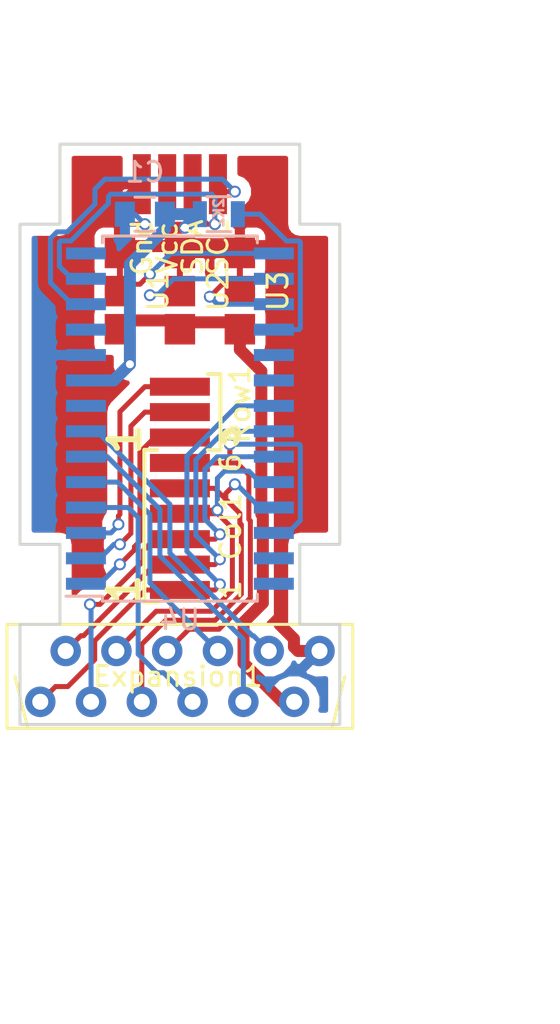
<source format=kicad_pcb>
(kicad_pcb (version 4) (host pcbnew 4.0.5+dfsg1-4)

  (general
    (links 38)
    (no_connects 1)
    (area 41.924999 44.924999 58.075001 74.075001)
    (thickness 1.6)
    (drawings 27)
    (tracks 267)
    (zones 0)
    (modules 10)
    (nets 22)
  )

  (page A4)
  (layers
    (0 F.Cu signal)
    (31 B.Cu signal)
    (32 B.Adhes user hide)
    (33 F.Adhes user hide)
    (34 B.Paste user hide)
    (35 F.Paste user hide)
    (36 B.SilkS user hide)
    (37 F.SilkS user hide)
    (38 B.Mask user hide)
    (39 F.Mask user hide)
    (40 Dwgs.User user)
    (41 Cmts.User user)
    (42 Eco1.User user)
    (43 Eco2.User user)
    (44 Edge.Cuts user)
    (45 Margin user)
    (46 B.CrtYd user hide)
    (47 F.CrtYd user hide)
    (48 B.Fab user hide)
    (49 F.Fab user hide)
  )

  (setup
    (last_trace_width 0.25)
    (user_trace_width 0.6)
    (trace_clearance 0.2)
    (zone_clearance 0.508)
    (zone_45_only no)
    (trace_min 0.2)
    (segment_width 0.2)
    (edge_width 0.15)
    (via_size 0.6)
    (via_drill 0.4)
    (via_min_size 0.4)
    (via_min_drill 0.3)
    (uvia_size 0.3)
    (uvia_drill 0.1)
    (uvias_allowed no)
    (uvia_min_size 0.2)
    (uvia_min_drill 0.1)
    (pcb_text_width 0.3)
    (pcb_text_size 1.5 1.5)
    (mod_edge_width 0.15)
    (mod_text_size 1 1)
    (mod_text_width 0.15)
    (pad_size 1.6 3.4)
    (pad_drill 0)
    (pad_to_mask_clearance 0.2)
    (aux_axis_origin 50 45)
    (visible_elements FFFFFF7F)
    (pcbplotparams
      (layerselection 0x00030_80000001)
      (usegerberextensions false)
      (excludeedgelayer true)
      (linewidth 0.100000)
      (plotframeref false)
      (viasonmask false)
      (mode 1)
      (useauxorigin false)
      (hpglpennumber 1)
      (hpglpenspeed 20)
      (hpglpendiameter 15)
      (hpglpenoverlay 2)
      (psnegative false)
      (psa4output false)
      (plotreference true)
      (plotvalue true)
      (plotinvisibletext false)
      (padsonsilk false)
      (subtractmaskfromsilk false)
      (outputformat 1)
      (mirror false)
      (drillshape 1)
      (scaleselection 1)
      (outputdirectory ""))
  )

  (net 0 "")
  (net 1 "Net-(Col1-Pad1)")
  (net 2 "Net-(Col1-Pad2)")
  (net 3 "Net-(Col1-Pad3)")
  (net 4 "Net-(Col1-Pad4)")
  (net 5 "Net-(Col1-Pad5)")
  (net 6 "Net-(Col1-Pad6)")
  (net 7 +5V)
  (net 8 GND)
  (net 9 /SCL)
  (net 10 /SDA)
  (net 11 "Net-(Expansion1-Pad7)")
  (net 12 "Net-(Expansion1-Pad8)")
  (net 13 "Net-(Expansion1-Pad9)")
  (net 14 "Net-(Expansion1-Pad10)")
  (net 15 "Net-(R1-Pad1)")
  (net 16 "Net-(Row1-Pad1)")
  (net 17 "Net-(Row1-Pad2)")
  (net 18 "Net-(Row1-Pad3)")
  (net 19 "Net-(U1-Pad2)")
  (net 20 "Net-(U2-Pad2)")
  (net 21 "Net-(U3-Pad2)")

  (net_class Default "This is the default net class."
    (clearance 0.2)
    (trace_width 0.25)
    (via_dia 0.6)
    (via_drill 0.4)
    (uvia_dia 0.3)
    (uvia_drill 0.1)
    (add_net +5V)
    (add_net /SCL)
    (add_net /SDA)
    (add_net GND)
    (add_net "Net-(Col1-Pad1)")
    (add_net "Net-(Col1-Pad2)")
    (add_net "Net-(Col1-Pad3)")
    (add_net "Net-(Col1-Pad4)")
    (add_net "Net-(Col1-Pad5)")
    (add_net "Net-(Col1-Pad6)")
    (add_net "Net-(Expansion1-Pad10)")
    (add_net "Net-(Expansion1-Pad7)")
    (add_net "Net-(Expansion1-Pad8)")
    (add_net "Net-(Expansion1-Pad9)")
    (add_net "Net-(R1-Pad1)")
    (add_net "Net-(Row1-Pad1)")
    (add_net "Net-(Row1-Pad2)")
    (add_net "Net-(Row1-Pad3)")
    (add_net "Net-(U1-Pad2)")
    (add_net "Net-(U2-Pad2)")
    (add_net "Net-(U3-Pad2)")
  )

  (net_class power ""
    (clearance 0.3)
    (trace_width 0.4)
    (via_dia 0.8)
    (via_drill 0.6)
    (uvia_dia 0.3)
    (uvia_drill 0.1)
  )

  (module myComponents:solderPads_4_Grove_I2C (layer F.Cu) (tedit 58E53D59) (tstamp 58E55026)
    (at 50 47 180)
    (path /58E54ECF)
    (fp_text reference I2C1 (at 0.635 2.54 180) (layer F.SilkS) hide
      (effects (font (size 1 1) (thickness 0.15)))
    )
    (fp_text value CONN_01X04 (at 0.635 2.54 180) (layer F.Fab)
      (effects (font (size 1 1) (thickness 0.15)))
    )
    (fp_text user SDA (at -0.635 -3.175 270) (layer F.SilkS)
      (effects (font (size 1 1) (thickness 0.15)))
    )
    (fp_text user SCL (at -1.905 -3.175 270) (layer F.SilkS)
      (effects (font (size 1 1) (thickness 0.15)))
    )
    (fp_text user Gnd (at 1.905 -3.175 270) (layer F.SilkS)
      (effects (font (size 1 1) (thickness 0.15)))
    )
    (fp_text user Vcc (at 0.635 -3.175 270) (layer F.SilkS)
      (effects (font (size 1 1) (thickness 0.15)))
    )
    (pad 1 smd rect (at -1.905 0 180) (size 0.9 3) (layers F.Cu F.Paste F.Mask)
      (net 9 /SCL))
    (pad 2 smd rect (at -0.635 0 180) (size 0.9 3) (layers F.Cu F.Paste F.Mask)
      (net 10 /SDA))
    (pad 3 smd rect (at 0.635 0 180) (size 0.9 3) (layers F.Cu F.Paste F.Mask)
      (net 7 +5V))
    (pad 4 smd rect (at 1.905 0 180) (size 0.9 3) (layers F.Cu F.Paste F.Mask)
      (net 8 GND))
  )

  (module Resistors_SMD:R_0805 (layer B.Cu) (tedit 58E66A9B) (tstamp 58E67486)
    (at 51.95 48.5 180)
    (descr "Resistor SMD 0805, reflow soldering, Vishay (see dcrcw.pdf)")
    (tags "resistor 0805")
    (path /58E6A84A)
    (attr smd)
    (fp_text reference R1 (at 2.254999 0.065 180) (layer B.Fab)
      (effects (font (size 1 1) (thickness 0.15)) (justify mirror))
    )
    (fp_text value 2K2 (at 0.004999 0.065 270) (layer B.SilkS)
      (effects (font (size 0.5 0.5) (thickness 0.125)) (justify mirror))
    )
    (fp_line (start -1 -0.625) (end -1 0.625) (layer B.Fab) (width 0.1))
    (fp_line (start 1 -0.625) (end -1 -0.625) (layer B.Fab) (width 0.1))
    (fp_line (start 1 0.625) (end 1 -0.625) (layer B.Fab) (width 0.1))
    (fp_line (start -1 0.625) (end 1 0.625) (layer B.Fab) (width 0.1))
    (fp_line (start -1.6 1) (end 1.6 1) (layer B.CrtYd) (width 0.05))
    (fp_line (start -1.6 -1) (end 1.6 -1) (layer B.CrtYd) (width 0.05))
    (fp_line (start -1.6 1) (end -1.6 -1) (layer B.CrtYd) (width 0.05))
    (fp_line (start 1.6 1) (end 1.6 -1) (layer B.CrtYd) (width 0.05))
    (fp_line (start 0.6 -0.875) (end -0.6 -0.875) (layer B.SilkS) (width 0.15))
    (fp_line (start -0.6 0.875) (end 0.6 0.875) (layer B.SilkS) (width 0.15))
    (pad 1 smd rect (at -0.95 0 180) (size 0.7 1.3) (layers B.Cu B.Paste B.Mask)
      (net 15 "Net-(R1-Pad1)"))
    (pad 2 smd rect (at 0.95 0 180) (size 0.7 1.3) (layers B.Cu B.Paste B.Mask)
      (net 7 +5V))
    (model Resistors_SMD.3dshapes/R_0805.wrl
      (at (xyz 0 0 0))
      (scale (xyz 1 1 1))
      (rotate (xyz 0 0 0))
    )
  )

  (module myComponents:solderPads_6 (layer F.Cu) (tedit 58E54D6B) (tstamp 58E67BBF)
    (at 50 64.107 90)
    (path /58E2887C)
    (fp_text reference Col1 (at 0 2.54 90) (layer F.SilkS)
      (effects (font (size 1 1) (thickness 0.15)))
    )
    (fp_text value CONN_01X06 (at 0.635 -2.54 90) (layer F.Fab)
      (effects (font (size 1 1) (thickness 0.15)))
    )
    (fp_text user 6 (at 3.175 2.54 90) (layer F.SilkS)
      (effects (font (size 1 1) (thickness 0.15)))
    )
    (fp_text user 1 (at -3.175 2.54 90) (layer F.SilkS)
      (effects (font (size 1 1) (thickness 0.15)))
    )
    (pad 1 smd rect (at -3.175 0 90) (size 0.9 3) (layers F.Cu F.Paste F.Mask)
      (net 1 "Net-(Col1-Pad1)"))
    (pad 2 smd rect (at -1.905 0 90) (size 0.9 3) (layers F.Cu F.Paste F.Mask)
      (net 2 "Net-(Col1-Pad2)"))
    (pad 3 smd rect (at -0.635 0 90) (size 0.9 3) (layers F.Cu F.Paste F.Mask)
      (net 3 "Net-(Col1-Pad3)"))
    (pad 4 smd rect (at 0.635 0 90) (size 0.9 3) (layers F.Cu F.Paste F.Mask)
      (net 4 "Net-(Col1-Pad4)"))
    (pad 5 smd rect (at 1.905 0 90) (size 0.9 3) (layers F.Cu F.Paste F.Mask)
      (net 5 "Net-(Col1-Pad5)"))
    (pad 6 smd rect (at 3.175 0 90) (size 0.9 3) (layers F.Cu F.Paste F.Mask)
      (net 6 "Net-(Col1-Pad6)"))
  )

  (module myComponents:solderPads_3 (layer F.Cu) (tedit 58E54DB4) (tstamp 58E67BE6)
    (at 50 58.392 90)
    (path /58E288CF)
    (fp_text reference Row1 (at 0.392 3 90) (layer F.SilkS)
      (effects (font (size 1 1) (thickness 0.15)))
    )
    (fp_text value CONN_01X03 (at 0.635 -2.54 90) (layer F.Fab)
      (effects (font (size 1 1) (thickness 0.15)))
    )
    (fp_circle (center -1.27 2.54) (end -1.27 2.2) (layer F.SilkS) (width 0.3))
    (pad 1 smd rect (at -1.27 0 90) (size 0.9 3) (layers F.Cu F.Paste F.Mask)
      (net 16 "Net-(Row1-Pad1)"))
    (pad 2 smd rect (at 0 0 90) (size 0.9 3) (layers F.Cu F.Paste F.Mask)
      (net 17 "Net-(Row1-Pad2)"))
    (pad 3 smd rect (at 1.27 0 90) (size 0.9 3) (layers F.Cu F.Paste F.Mask)
      (net 18 "Net-(Row1-Pad3)"))
  )

  (module myComponents:microMatch-12_90_THT (layer F.Cu) (tedit 58E6787B) (tstamp 58E67BC0)
    (at 50 71.6)
    (path /58E38DE5)
    (fp_text reference Expansion1 (at -0.1 0) (layer F.SilkS)
      (effects (font (size 1 1) (thickness 0.15)))
    )
    (fp_text value CONN_01X12 (at -2.54 -3.81) (layer F.Fab)
      (effects (font (size 1 1) (thickness 0.15)))
    )
    (fp_line (start 8.255 0) (end 7.62 2.54) (layer F.SilkS) (width 0.15))
    (fp_line (start -8.255 0) (end -7.62 2.54) (layer F.SilkS) (width 0.15))
    (fp_line (start 8.65 -2.6) (end -8.65 -2.6) (layer F.SilkS) (width 0.15))
    (fp_line (start -8.65 2.6) (end -8.65 -2.6) (layer F.SilkS) (width 0.15))
    (fp_line (start -8.65 2.6) (end 8.65 2.6) (layer F.SilkS) (width 0.15))
    (fp_line (start 8.65 -2.6) (end 8.65 2.6) (layer F.SilkS) (width 0.15))
    (pad 1 thru_hole circle (at -6.985 1.27) (size 1.524 1.524) (drill 0.8) (layers *.Cu *.Mask)
      (net 1 "Net-(Col1-Pad1)"))
    (pad 2 thru_hole circle (at -5.715 -1.27) (size 1.524 1.524) (drill 0.8) (layers *.Cu *.Mask)
      (net 2 "Net-(Col1-Pad2)"))
    (pad 3 thru_hole circle (at -4.445 1.27) (size 1.524 1.524) (drill 0.8) (layers *.Cu *.Mask)
      (net 3 "Net-(Col1-Pad3)"))
    (pad 4 thru_hole circle (at -3.175 -1.27) (size 1.524 1.524) (drill 0.8) (layers *.Cu *.Mask)
      (net 4 "Net-(Col1-Pad4)"))
    (pad 5 thru_hole circle (at -1.905 1.27) (size 1.524 1.524) (drill 0.8) (layers *.Cu *.Mask)
      (net 5 "Net-(Col1-Pad5)"))
    (pad 6 thru_hole circle (at -0.635 -1.27) (size 1.524 1.524) (drill 0.8) (layers *.Cu *.Mask)
      (net 6 "Net-(Col1-Pad6)"))
    (pad 7 thru_hole circle (at 0.635 1.27) (size 1.524 1.524) (drill 0.8) (layers *.Cu *.Mask)
      (net 11 "Net-(Expansion1-Pad7)"))
    (pad 8 thru_hole circle (at 1.905 -1.27) (size 1.524 1.524) (drill 0.8) (layers *.Cu *.Mask)
      (net 12 "Net-(Expansion1-Pad8)"))
    (pad 9 thru_hole circle (at 3.175 1.27) (size 1.524 1.524) (drill 0.8) (layers *.Cu *.Mask)
      (net 13 "Net-(Expansion1-Pad9)"))
    (pad 10 thru_hole circle (at 4.445 -1.27) (size 1.524 1.524) (drill 0.8) (layers *.Cu *.Mask)
      (net 14 "Net-(Expansion1-Pad10)"))
    (pad 11 thru_hole circle (at 5.715 1.27) (size 1.524 1.524) (drill 0.8) (layers *.Cu *.Mask)
      (net 7 +5V))
    (pad 12 thru_hole circle (at 6.985 -1.27) (size 1.524 1.524) (drill 0.8) (layers *.Cu *.Mask)
      (net 8 GND))
    (model /mnt/gruscht/projects/keyboard/kicad_boards/myComponents.pretty/3d-models/micro-match_12.wrl
      (at (xyz 0 0 0))
      (scale (xyz 1 1 1))
      (rotate (xyz 0 0 0))
    )
  )

  (module Capacitors_SMD:C_0805 (layer B.Cu) (tedit 5415D6EA) (tstamp 58E7B218)
    (at 48.25 48.5 180)
    (descr "Capacitor SMD 0805, reflow soldering, AVX (see smccp.pdf)")
    (tags "capacitor 0805")
    (path /58E7C0BD)
    (attr smd)
    (fp_text reference C1 (at 0 2.1 180) (layer B.SilkS)
      (effects (font (size 1 1) (thickness 0.15)) (justify mirror))
    )
    (fp_text value 10µF (at 0 -2.1 180) (layer B.Fab)
      (effects (font (size 1 1) (thickness 0.15)) (justify mirror))
    )
    (fp_line (start -1 -0.625) (end -1 0.625) (layer B.Fab) (width 0.15))
    (fp_line (start 1 -0.625) (end -1 -0.625) (layer B.Fab) (width 0.15))
    (fp_line (start 1 0.625) (end 1 -0.625) (layer B.Fab) (width 0.15))
    (fp_line (start -1 0.625) (end 1 0.625) (layer B.Fab) (width 0.15))
    (fp_line (start -1.8 1) (end 1.8 1) (layer B.CrtYd) (width 0.05))
    (fp_line (start -1.8 -1) (end 1.8 -1) (layer B.CrtYd) (width 0.05))
    (fp_line (start -1.8 1) (end -1.8 -1) (layer B.CrtYd) (width 0.05))
    (fp_line (start 1.8 1) (end 1.8 -1) (layer B.CrtYd) (width 0.05))
    (fp_line (start 0.5 0.85) (end -0.5 0.85) (layer B.SilkS) (width 0.15))
    (fp_line (start -0.5 -0.85) (end 0.5 -0.85) (layer B.SilkS) (width 0.15))
    (pad 1 smd rect (at -1 0 180) (size 1 1.25) (layers B.Cu B.Paste B.Mask)
      (net 7 +5V))
    (pad 2 smd rect (at 1 0 180) (size 1 1.25) (layers B.Cu B.Paste B.Mask)
      (net 8 GND))
    (model Capacitors_SMD.3dshapes/C_0805.wrl
      (at (xyz 0 0 0))
      (scale (xyz 1 1 1))
      (rotate (xyz 0 0 0))
    )
  )

  (module Housings_SOIC:SOIC-28W_7.5x17.9mm_Pitch1.27mm (layer B.Cu) (tedit 57503567) (tstamp 58E7D073)
    (at 50 58.715)
    (descr "28-Lead Plastic Small Outline (SO) - Wide, 7.50 mm Body [SOIC] (see Microchip Packaging Specification 00000049BS.pdf)")
    (tags "SOIC 1.27")
    (path /58E7C6EE)
    (attr smd)
    (fp_text reference U4 (at 0 10.05) (layer B.SilkS)
      (effects (font (size 1 1) (thickness 0.15)) (justify mirror))
    )
    (fp_text value MCP23017 (at 0 -10.05) (layer B.Fab)
      (effects (font (size 1 1) (thickness 0.15)) (justify mirror))
    )
    (fp_line (start -2.75 8.95) (end 3.75 8.95) (layer B.Fab) (width 0.15))
    (fp_line (start 3.75 8.95) (end 3.75 -8.95) (layer B.Fab) (width 0.15))
    (fp_line (start 3.75 -8.95) (end -3.75 -8.95) (layer B.Fab) (width 0.15))
    (fp_line (start -3.75 -8.95) (end -3.75 7.95) (layer B.Fab) (width 0.15))
    (fp_line (start -3.75 7.95) (end -2.75 8.95) (layer B.Fab) (width 0.15))
    (fp_line (start -5.95 9.3) (end -5.95 -9.3) (layer B.CrtYd) (width 0.05))
    (fp_line (start 5.95 9.3) (end 5.95 -9.3) (layer B.CrtYd) (width 0.05))
    (fp_line (start -5.95 9.3) (end 5.95 9.3) (layer B.CrtYd) (width 0.05))
    (fp_line (start -5.95 -9.3) (end 5.95 -9.3) (layer B.CrtYd) (width 0.05))
    (fp_line (start -3.875 9.125) (end -3.875 8.875) (layer B.SilkS) (width 0.15))
    (fp_line (start 3.875 9.125) (end 3.875 8.78) (layer B.SilkS) (width 0.15))
    (fp_line (start 3.875 -9.125) (end 3.875 -8.78) (layer B.SilkS) (width 0.15))
    (fp_line (start -3.875 -9.125) (end -3.875 -8.78) (layer B.SilkS) (width 0.15))
    (fp_line (start -3.875 9.125) (end 3.875 9.125) (layer B.SilkS) (width 0.15))
    (fp_line (start -3.875 -9.125) (end 3.875 -9.125) (layer B.SilkS) (width 0.15))
    (fp_line (start -3.875 8.875) (end -5.7 8.875) (layer B.SilkS) (width 0.15))
    (pad 1 smd rect (at -4.7 8.255) (size 2 0.6) (layers B.Cu B.Paste B.Mask)
      (net 16 "Net-(Row1-Pad1)"))
    (pad 2 smd rect (at -4.7 6.985) (size 2 0.6) (layers B.Cu B.Paste B.Mask)
      (net 17 "Net-(Row1-Pad2)"))
    (pad 3 smd rect (at -4.7 5.715) (size 2 0.6) (layers B.Cu B.Paste B.Mask)
      (net 18 "Net-(Row1-Pad3)"))
    (pad 4 smd rect (at -4.7 4.445) (size 2 0.6) (layers B.Cu B.Paste B.Mask)
      (net 11 "Net-(Expansion1-Pad7)"))
    (pad 5 smd rect (at -4.7 3.175) (size 2 0.6) (layers B.Cu B.Paste B.Mask)
      (net 12 "Net-(Expansion1-Pad8)"))
    (pad 6 smd rect (at -4.7 1.905) (size 2 0.6) (layers B.Cu B.Paste B.Mask)
      (net 13 "Net-(Expansion1-Pad9)"))
    (pad 7 smd rect (at -4.7 0.635) (size 2 0.6) (layers B.Cu B.Paste B.Mask)
      (net 14 "Net-(Expansion1-Pad10)"))
    (pad 8 smd rect (at -4.7 -0.635) (size 2 0.6) (layers B.Cu B.Paste B.Mask))
    (pad 9 smd rect (at -4.7 -1.905) (size 2 0.6) (layers B.Cu B.Paste B.Mask)
      (net 7 +5V))
    (pad 10 smd rect (at -4.7 -3.175) (size 2 0.6) (layers B.Cu B.Paste B.Mask)
      (net 8 GND))
    (pad 11 smd rect (at -4.7 -4.445) (size 2 0.6) (layers B.Cu B.Paste B.Mask))
    (pad 12 smd rect (at -4.7 -5.715) (size 2 0.6) (layers B.Cu B.Paste B.Mask)
      (net 9 /SCL))
    (pad 13 smd rect (at -4.7 -6.985) (size 2 0.6) (layers B.Cu B.Paste B.Mask)
      (net 10 /SDA))
    (pad 14 smd rect (at -4.7 -8.255) (size 2 0.6) (layers B.Cu B.Paste B.Mask))
    (pad 15 smd rect (at 4.7 -8.255) (size 2 0.6) (layers B.Cu B.Paste B.Mask)
      (net 19 "Net-(U1-Pad2)"))
    (pad 16 smd rect (at 4.7 -6.985) (size 2 0.6) (layers B.Cu B.Paste B.Mask)
      (net 20 "Net-(U2-Pad2)"))
    (pad 17 smd rect (at 4.7 -5.715) (size 2 0.6) (layers B.Cu B.Paste B.Mask)
      (net 21 "Net-(U3-Pad2)"))
    (pad 18 smd rect (at 4.7 -4.445) (size 2 0.6) (layers B.Cu B.Paste B.Mask)
      (net 15 "Net-(R1-Pad1)"))
    (pad 19 smd rect (at 4.7 -3.175) (size 2 0.6) (layers B.Cu B.Paste B.Mask))
    (pad 20 smd rect (at 4.7 -1.905) (size 2 0.6) (layers B.Cu B.Paste B.Mask))
    (pad 21 smd rect (at 4.7 -0.635) (size 2 0.6) (layers B.Cu B.Paste B.Mask)
      (net 1 "Net-(Col1-Pad1)"))
    (pad 22 smd rect (at 4.7 0.635) (size 2 0.6) (layers B.Cu B.Paste B.Mask)
      (net 2 "Net-(Col1-Pad2)"))
    (pad 23 smd rect (at 4.7 1.905) (size 2 0.6) (layers B.Cu B.Paste B.Mask)
      (net 3 "Net-(Col1-Pad3)"))
    (pad 24 smd rect (at 4.7 3.175) (size 2 0.6) (layers B.Cu B.Paste B.Mask)
      (net 4 "Net-(Col1-Pad4)"))
    (pad 25 smd rect (at 4.7 4.445) (size 2 0.6) (layers B.Cu B.Paste B.Mask)
      (net 5 "Net-(Col1-Pad5)"))
    (pad 26 smd rect (at 4.7 5.715) (size 2 0.6) (layers B.Cu B.Paste B.Mask)
      (net 6 "Net-(Col1-Pad6)"))
    (pad 27 smd rect (at 4.7 6.985) (size 2 0.6) (layers B.Cu B.Paste B.Mask))
    (pad 28 smd rect (at 4.7 8.255) (size 2 0.6) (layers B.Cu B.Paste B.Mask))
    (model Housings_SOIC.3dshapes/SOIC-28_7.5x17.9mm_Pitch1.27mm.wrl
      (at (xyz 0 0 0))
      (scale (xyz 1 1 1))
      (rotate (xyz 0 0 0))
    )
  )

  (module myComponents:addr_jumper (layer F.Cu) (tedit 58E7D1DA) (tstamp 58E7D043)
    (at 53 52.345 90)
    (path /58E82047)
    (fp_text reference U3 (at 0 1.905 90) (layer F.SilkS)
      (effects (font (size 1 1) (thickness 0.15)))
    )
    (fp_text value address_sel (at 0 -1.905 90) (layer F.Fab)
      (effects (font (size 1 1) (thickness 0.15)))
    )
    (fp_line (start 0.635 0) (end 1.27 0) (layer F.Cu) (width 0.3))
    (pad 1 smd rect (at -1.905 0 90) (size 1.524 1.524) (layers F.Cu F.Paste F.Mask)
      (net 7 +5V))
    (pad 2 smd rect (at 0 0 90) (size 1.524 1.524) (layers F.Cu F.Paste F.Mask)
      (net 21 "Net-(U3-Pad2)"))
    (pad 3 smd rect (at 1.905 0 90) (size 1.524 1.524) (layers F.Cu F.Paste F.Mask)
      (net 8 GND))
  )

  (module myComponents:addr_jumper (layer F.Cu) (tedit 58E7D1DA) (tstamp 58E7D03C)
    (at 50 52.345 90)
    (path /58E82010)
    (fp_text reference U2 (at 0 1.905 90) (layer F.SilkS)
      (effects (font (size 1 1) (thickness 0.15)))
    )
    (fp_text value address_sel (at 0 -1.905 90) (layer F.Fab)
      (effects (font (size 1 1) (thickness 0.15)))
    )
    (fp_line (start 0.635 0) (end 1.27 0) (layer F.Cu) (width 0.3))
    (pad 1 smd rect (at -1.905 0 90) (size 1.524 1.524) (layers F.Cu F.Paste F.Mask)
      (net 7 +5V))
    (pad 2 smd rect (at 0 0 90) (size 1.524 1.524) (layers F.Cu F.Paste F.Mask)
      (net 20 "Net-(U2-Pad2)"))
    (pad 3 smd rect (at 1.905 0 90) (size 1.524 1.524) (layers F.Cu F.Paste F.Mask)
      (net 8 GND))
  )

  (module myComponents:addr_jumper (layer F.Cu) (tedit 58E7D1DA) (tstamp 58E7D035)
    (at 47 52.345 90)
    (path /58E81F3D)
    (fp_text reference U1 (at 0 1.905 90) (layer F.SilkS)
      (effects (font (size 1 1) (thickness 0.15)))
    )
    (fp_text value address_sel (at 0 -1.905 90) (layer F.Fab)
      (effects (font (size 1 1) (thickness 0.15)))
    )
    (fp_line (start 0.635 0) (end 1.27 0) (layer F.Cu) (width 0.3))
    (pad 1 smd rect (at -1.905 0 90) (size 1.524 1.524) (layers F.Cu F.Paste F.Mask)
      (net 7 +5V))
    (pad 2 smd rect (at 0 0 90) (size 1.524 1.524) (layers F.Cu F.Paste F.Mask)
      (net 19 "Net-(U1-Pad2)"))
    (pad 3 smd rect (at 1.905 0 90) (size 1.524 1.524) (layers F.Cu F.Paste F.Mask)
      (net 8 GND))
  )

  (gr_text 1 (at 47.206 67.262828 90) (layer F.SilkS) (tstamp 58E67953)
    (effects (font (size 1.5 1.5) (thickness 0.3)))
  )
  (gr_text 1 (at 47.244 59.747 90) (layer F.SilkS)
    (effects (font (size 1.5 1.5) (thickness 0.3)))
  )
  (gr_line (start 48.222 60.277828) (end 48.857 60.277828) (layer F.SilkS) (width 0.2))
  (gr_line (start 48.222 67.897828) (end 48.222 60.277828) (layer F.SilkS) (width 0.2))
  (gr_line (start 48.895 67.897828) (end 48.26 67.897828) (layer F.SilkS) (width 0.2))
  (gr_line (start 52.032 56.4866) (end 51.397 56.4866) (layer F.SilkS) (width 0.2))
  (gr_line (start 52.032 60.2966) (end 52.032 56.4866) (layer F.SilkS) (width 0.2))
  (gr_line (start 51.397 60.2966) (end 52.032 60.2966) (layer F.SilkS) (width 0.2))
  (gr_line (start 44 49) (end 42 49) (layer Edge.Cuts) (width 0.15))
  (gr_line (start 44 45) (end 44 49) (layer Edge.Cuts) (width 0.15))
  (gr_line (start 56 49) (end 56 45) (layer Edge.Cuts) (width 0.15))
  (gr_line (start 58 49) (end 56 49) (layer Edge.Cuts) (width 0.15))
  (dimension 16 (width 0.3) (layer Eco2.User)
    (gr_text "16.000 mm" (at 50 39.65) (layer Eco2.User) (tstamp 58E63689)
      (effects (font (size 1.5 1.5) (thickness 0.3)))
    )
    (feature1 (pts (xy 42 44) (xy 42 38.3)))
    (feature2 (pts (xy 58 44) (xy 58 38.3)))
    (crossbar (pts (xy 58 41) (xy 42 41)))
    (arrow1a (pts (xy 42 41) (xy 43.126504 40.413579)))
    (arrow1b (pts (xy 42 41) (xy 43.126504 41.586421)))
    (arrow2a (pts (xy 58 41) (xy 56.873496 40.413579)))
    (arrow2b (pts (xy 58 41) (xy 56.873496 41.586421)))
  )
  (dimension 4 (width 0.3) (layer Eco2.User)
    (gr_text "4.000 mm" (at 66.35 67 270) (layer Eco2.User) (tstamp 58E63687)
      (effects (font (size 1.5 1.5) (thickness 0.3)))
    )
    (feature1 (pts (xy 63.5 69) (xy 67.7 69)))
    (feature2 (pts (xy 63.5 65) (xy 67.7 65)))
    (crossbar (pts (xy 65 65) (xy 65 69)))
    (arrow1a (pts (xy 65 69) (xy 64.413579 67.873496)))
    (arrow1b (pts (xy 65 69) (xy 65.586421 67.873496)))
    (arrow2a (pts (xy 65 65) (xy 64.413579 66.126504)))
    (arrow2b (pts (xy 65 65) (xy 65.586421 66.126504)))
  )
  (dimension 20 (width 0.3) (layer Eco2.User)
    (gr_text "20.000 mm" (at 63.35 55 90) (layer Eco2.User) (tstamp 58E882C8)
      (effects (font (size 1.5 1.5) (thickness 0.3)))
    )
    (feature1 (pts (xy 60.5 45) (xy 64.7 45)))
    (feature2 (pts (xy 60.5 65) (xy 64.7 65)))
    (crossbar (pts (xy 62 65) (xy 62 45)))
    (arrow1a (pts (xy 62 45) (xy 62.586421 46.126504)))
    (arrow1b (pts (xy 62 45) (xy 61.413579 46.126504)))
    (arrow2a (pts (xy 62 65) (xy 62.586421 63.873496)))
    (arrow2b (pts (xy 62 65) (xy 61.413579 63.873496)))
  )
  (gr_line (start 42 49) (end 42 65) (layer Edge.Cuts) (width 0.15))
  (gr_line (start 58 65) (end 58 49) (layer Edge.Cuts) (width 0.15))
  (gr_line (start 56 65) (end 58 65) (layer Edge.Cuts) (width 0.15))
  (gr_line (start 56 65) (end 56 69) (layer Edge.Cuts) (width 0.15))
  (gr_line (start 58 69) (end 56 69) (layer Edge.Cuts) (width 0.15))
  (gr_line (start 44 65) (end 42 65) (layer Edge.Cuts) (width 0.15))
  (gr_line (start 44 65) (end 44 69) (layer Edge.Cuts) (width 0.15))
  (gr_line (start 42 69) (end 44 69) (layer Edge.Cuts) (width 0.15))
  (gr_line (start 56 45) (end 44 45) (layer Edge.Cuts) (width 0.15))
  (gr_line (start 58 74) (end 58 69) (layer Edge.Cuts) (width 0.15))
  (gr_line (start 42 74) (end 58 74) (layer Edge.Cuts) (width 0.15))
  (gr_line (start 42 74) (end 42 69) (layer Edge.Cuts) (width 0.15))

  (segment (start 51.75 67.282) (end 52 67.032) (width 0.25) (layer F.Cu) (net 1))
  (segment (start 50 67.282) (end 51.75 67.282) (width 0.25) (layer F.Cu) (net 1))
  (segment (start 52.858588 58.08) (end 50.34998 60.588608) (width 0.25) (layer B.Cu) (net 1))
  (segment (start 50.34998 60.588608) (end 50.34998 65.34998) (width 0.25) (layer B.Cu) (net 1))
  (segment (start 54.7 58.08) (end 52.858588 58.08) (width 0.25) (layer B.Cu) (net 1))
  (via (at 52 67) (size 0.6) (drill 0.4) (layers F.Cu B.Cu) (net 1))
  (segment (start 51.700001 66.700001) (end 52 67) (width 0.25) (layer B.Cu) (net 1))
  (segment (start 50.34998 65.34998) (end 51.700001 66.700001) (width 0.25) (layer B.Cu) (net 1))
  (segment (start 52 67.032) (end 52 67) (width 0.25) (layer F.Cu) (net 1))
  (segment (start 43.015 72.87) (end 43.776999 72.108001) (width 0.25) (layer F.Cu) (net 1))
  (segment (start 43.776999 72.108001) (end 44.391999 72.108001) (width 0.25) (layer F.Cu) (net 1))
  (segment (start 44.391999 72.108001) (end 45.737999 70.762001) (width 0.25) (layer F.Cu) (net 1))
  (segment (start 45.737999 70.762001) (end 45.737999 69.823415) (width 0.25) (layer F.Cu) (net 1))
  (segment (start 45.737999 69.823415) (end 48.279414 67.282) (width 0.25) (layer F.Cu) (net 1))
  (segment (start 48.279414 67.282) (end 50 67.282) (width 0.25) (layer F.Cu) (net 1))
  (segment (start 52 65.762) (end 52 65.75) (width 0.25) (layer F.Cu) (net 2))
  (segment (start 51.75 66.012) (end 52 65.762) (width 0.25) (layer F.Cu) (net 2))
  (segment (start 50 66.012) (end 51.75 66.012) (width 0.25) (layer F.Cu) (net 2))
  (segment (start 51.700001 65.450001) (end 52 65.75) (width 0.25) (layer B.Cu) (net 2))
  (segment (start 50.799989 64.549989) (end 51.700001 65.450001) (width 0.25) (layer B.Cu) (net 2))
  (segment (start 50.799989 60.775009) (end 50.799989 64.549989) (width 0.25) (layer B.Cu) (net 2))
  (segment (start 52.224998 59.35) (end 50.799989 60.775009) (width 0.25) (layer B.Cu) (net 2))
  (segment (start 54.7 59.35) (end 52.224998 59.35) (width 0.25) (layer B.Cu) (net 2))
  (via (at 52 65.75) (size 0.6) (drill 0.4) (layers F.Cu B.Cu) (net 2))
  (segment (start 48.734998 66.012) (end 50 66.012) (width 0.25) (layer F.Cu) (net 2))
  (segment (start 45.178997 69.568001) (end 48.734998 66.012) (width 0.25) (layer F.Cu) (net 2))
  (segment (start 45.046999 69.568001) (end 45.178997 69.568001) (width 0.25) (layer F.Cu) (net 2))
  (segment (start 44.285 70.33) (end 45.046999 69.568001) (width 0.25) (layer F.Cu) (net 2))
  (segment (start 51.758 64.742) (end 52 64.5) (width 0.25) (layer F.Cu) (net 3))
  (segment (start 51.700001 64.200001) (end 52 64.5) (width 0.25) (layer B.Cu) (net 3))
  (segment (start 51.249999 63.749999) (end 51.700001 64.200001) (width 0.25) (layer B.Cu) (net 3))
  (segment (start 51.249999 61.238591) (end 51.249999 63.749999) (width 0.25) (layer B.Cu) (net 3))
  (segment (start 53.45 60.62) (end 53.444999 60.625001) (width 0.25) (layer B.Cu) (net 3))
  (segment (start 50 64.742) (end 51.758 64.742) (width 0.25) (layer F.Cu) (net 3))
  (via (at 52 64.5) (size 0.6) (drill 0.4) (layers F.Cu B.Cu) (net 3))
  (segment (start 53.444999 60.625001) (end 51.863589 60.625001) (width 0.25) (layer B.Cu) (net 3))
  (segment (start 51.863589 60.625001) (end 51.249999 61.238591) (width 0.25) (layer B.Cu) (net 3))
  (segment (start 54.7 60.62) (end 53.45 60.62) (width 0.25) (layer B.Cu) (net 3))
  (segment (start 46.000002 67.999998) (end 45.924264 67.999998) (width 0.25) (layer F.Cu) (net 3))
  (segment (start 48.174999 65.825001) (end 46.000002 67.999998) (width 0.25) (layer F.Cu) (net 3))
  (segment (start 48.174999 65.301999) (end 48.174999 65.825001) (width 0.25) (layer F.Cu) (net 3))
  (segment (start 45.924264 67.999998) (end 45.5 67.999998) (width 0.25) (layer F.Cu) (net 3))
  (segment (start 48.476998 65) (end 48.174999 65.301999) (width 0.25) (layer F.Cu) (net 3))
  (segment (start 49.742 65) (end 48.476998 65) (width 0.25) (layer F.Cu) (net 3))
  (segment (start 45.555 68.054998) (end 45.5 67.999998) (width 0.25) (layer B.Cu) (net 3))
  (segment (start 45.555 72.87) (end 45.555 68.054998) (width 0.25) (layer B.Cu) (net 3))
  (via (at 45.5 67.999998) (size 0.6) (drill 0.4) (layers F.Cu B.Cu) (net 3))
  (segment (start 50 63.472) (end 51.897002 63.472) (width 0.25) (layer F.Cu) (net 4))
  (segment (start 51.897002 63.472) (end 52.625001 64.199999) (width 0.25) (layer F.Cu) (net 4))
  (segment (start 48.812022 68.342978) (end 47.586999 69.568001) (width 0.25) (layer F.Cu) (net 4))
  (segment (start 51.582024 68.342978) (end 48.812022 68.342978) (width 0.25) (layer F.Cu) (net 4))
  (segment (start 47.586999 69.568001) (end 46.825 70.33) (width 0.25) (layer F.Cu) (net 4))
  (segment (start 52.625001 67.300001) (end 51.582024 68.342978) (width 0.25) (layer F.Cu) (net 4))
  (segment (start 52.625001 64.199999) (end 52.625001 67.300001) (width 0.25) (layer F.Cu) (net 4))
  (segment (start 53.45 61.34) (end 52.234974 61.34) (width 0.25) (layer B.Cu) (net 4))
  (segment (start 51.874975 61.699999) (end 51.874975 62.868653) (width 0.25) (layer B.Cu) (net 4))
  (segment (start 51.874975 62.868653) (end 51.875 62.868678) (width 0.25) (layer B.Cu) (net 4))
  (segment (start 54.7 61.89) (end 54 61.89) (width 0.25) (layer B.Cu) (net 4))
  (segment (start 52.234974 61.34) (end 51.874975 61.699999) (width 0.25) (layer B.Cu) (net 4))
  (segment (start 51.875 62.868678) (end 51.875 63.292942) (width 0.25) (layer B.Cu) (net 4))
  (segment (start 54 61.89) (end 53.45 61.34) (width 0.25) (layer B.Cu) (net 4))
  (segment (start 51.875 63.292942) (end 50.179058 63.292942) (width 0.25) (layer F.Cu) (net 4))
  (segment (start 50.179058 63.292942) (end 50 63.472) (width 0.25) (layer F.Cu) (net 4))
  (via (at 51.875 63.292942) (size 0.6) (drill 0.4) (layers F.Cu B.Cu) (net 4))
  (segment (start 53 63.452) (end 52.298 62.75) (width 0.25) (layer F.Cu) (net 5))
  (segment (start 49.293249 68.792989) (end 51.768424 68.792989) (width 0.25) (layer F.Cu) (net 5))
  (segment (start 51.768424 68.792989) (end 53.075012 67.486401) (width 0.25) (layer F.Cu) (net 5))
  (segment (start 53 63.938587) (end 53 63.452) (width 0.25) (layer F.Cu) (net 5))
  (segment (start 48.095 72.87) (end 48.095 69.991238) (width 0.25) (layer F.Cu) (net 5))
  (segment (start 53.075012 64.013599) (end 53 63.938587) (width 0.25) (layer F.Cu) (net 5))
  (segment (start 53.075012 67.486401) (end 53.075012 64.013599) (width 0.25) (layer F.Cu) (net 5))
  (segment (start 48.095 69.991238) (end 49.293249 68.792989) (width 0.25) (layer F.Cu) (net 5))
  (segment (start 52.84 62) (end 52.749992 62) (width 0.25) (layer B.Cu) (net 5))
  (via (at 52.749992 62) (size 0.6) (drill 0.4) (layers F.Cu B.Cu) (net 5))
  (segment (start 52.298 62.75) (end 52.298 62.451992) (width 0.25) (layer F.Cu) (net 5))
  (segment (start 54 63.16) (end 52.84 62) (width 0.25) (layer B.Cu) (net 5))
  (segment (start 52.449993 62.299999) (end 52.749992 62) (width 0.25) (layer F.Cu) (net 5))
  (segment (start 52.298 62.451992) (end 52.449993 62.299999) (width 0.25) (layer F.Cu) (net 5))
  (segment (start 54.7 63.16) (end 54 63.16) (width 0.25) (layer B.Cu) (net 5))
  (segment (start 52.298 62.75) (end 51.75 62.202) (width 0.25) (layer F.Cu) (net 5))
  (segment (start 51.75 62.202) (end 50 62.202) (width 0.25) (layer F.Cu) (net 5))
  (segment (start 49.365 70.33) (end 50.452001 69.242999) (width 0.25) (layer F.Cu) (net 6))
  (segment (start 53.450011 61.525007) (end 52.857004 60.932) (width 0.25) (layer F.Cu) (net 6))
  (segment (start 53.525023 63.827199) (end 53.450011 63.752187) (width 0.25) (layer F.Cu) (net 6))
  (segment (start 53.525023 67.672801) (end 53.525023 63.827199) (width 0.25) (layer F.Cu) (net 6))
  (segment (start 51.954825 69.242999) (end 53.525023 67.672801) (width 0.25) (layer F.Cu) (net 6))
  (segment (start 53.450011 63.752187) (end 53.450011 61.525007) (width 0.25) (layer F.Cu) (net 6))
  (segment (start 52.857004 60.932) (end 52.25 60.932) (width 0.25) (layer F.Cu) (net 6))
  (segment (start 50.452001 69.242999) (end 51.954825 69.242999) (width 0.25) (layer F.Cu) (net 6))
  (segment (start 52.924264 60) (end 52.5 60) (width 0.25) (layer B.Cu) (net 6))
  (segment (start 55.960001 59.994999) (end 52.929265 59.994999) (width 0.25) (layer B.Cu) (net 6))
  (segment (start 52.929265 59.994999) (end 52.924264 60) (width 0.25) (layer B.Cu) (net 6))
  (segment (start 56.025001 60.059999) (end 55.960001 59.994999) (width 0.25) (layer B.Cu) (net 6))
  (segment (start 55.4 64.43) (end 56.025001 63.804999) (width 0.25) (layer B.Cu) (net 6))
  (segment (start 54.7 64.43) (end 55.4 64.43) (width 0.25) (layer B.Cu) (net 6))
  (segment (start 52.75 60) (end 52.5 60) (width 0.25) (layer B.Cu) (net 6))
  (segment (start 52.5 60.682) (end 52.5 60.424264) (width 0.25) (layer F.Cu) (net 6))
  (segment (start 56.025001 63.804999) (end 56.025001 60.059999) (width 0.25) (layer B.Cu) (net 6))
  (segment (start 52.755001 59.994999) (end 52.75 60) (width 0.25) (layer B.Cu) (net 6))
  (segment (start 52.25 60.932) (end 52.5 60.682) (width 0.25) (layer F.Cu) (net 6))
  (segment (start 52.5 60.424264) (end 52.5 60) (width 0.25) (layer F.Cu) (net 6))
  (via (at 52.5 60) (size 0.6) (drill 0.4) (layers F.Cu B.Cu) (net 6))
  (segment (start 52.25 60.932) (end 50 60.932) (width 0.25) (layer F.Cu) (net 6))
  (segment (start 50.927948 48.5) (end 50.549999 48.877949) (width 0.6) (layer B.Cu) (net 7))
  (segment (start 51 48.5) (end 50.927948 48.5) (width 0.6) (layer B.Cu) (net 7))
  (segment (start 49.825736 49.177948) (end 50.25 49.177948) (width 0.6) (layer F.Cu) (net 7))
  (segment (start 50.549999 48.877949) (end 50.25 49.177948) (width 0.6) (layer B.Cu) (net 7))
  (segment (start 49.442948 49.177948) (end 49.825736 49.177948) (width 0.6) (layer F.Cu) (net 7))
  (segment (start 49.365 49.1) (end 49.442948 49.177948) (width 0.6) (layer F.Cu) (net 7))
  (segment (start 49.365 47) (end 49.365 49.1) (width 0.6) (layer F.Cu) (net 7))
  (via (at 50.25 49.177948) (size 0.6) (drill 0.4) (layers F.Cu B.Cu) (net 7))
  (segment (start 49.25 48.5) (end 51 48.5) (width 0.6) (layer B.Cu) (net 7))
  (segment (start 47.5 56) (end 47.5 51) (width 0.6) (layer B.Cu) (net 7))
  (segment (start 47.5 51) (end 49.25 49.25) (width 0.6) (layer B.Cu) (net 7))
  (segment (start 49.25 49.25) (end 49.25 48.5) (width 0.6) (layer B.Cu) (net 7))
  (segment (start 53.182999 68.898724) (end 54.150034 67.931689) (width 0.6) (layer F.Cu) (net 7))
  (segment (start 53.182999 70.935761) (end 53.182999 68.898724) (width 0.6) (layer F.Cu) (net 7))
  (segment (start 54.150034 63.568311) (end 54.075022 63.493299) (width 0.6) (layer F.Cu) (net 7))
  (segment (start 54.150034 67.931689) (end 54.150034 63.568311) (width 0.6) (layer F.Cu) (net 7))
  (segment (start 47 53.905) (end 47.5 54.405) (width 0.6) (layer F.Cu) (net 7))
  (segment (start 47.095 53.81) (end 47 53.905) (width 0.6) (layer F.Cu) (net 7))
  (segment (start 54.075022 63.493299) (end 54.075022 56.342022) (width 0.6) (layer F.Cu) (net 7))
  (segment (start 55.715 72.87) (end 55.117238 72.87) (width 0.6) (layer F.Cu) (net 7))
  (segment (start 54.075022 56.342022) (end 53 55.267) (width 0.6) (layer F.Cu) (net 7))
  (segment (start 53 55.267) (end 53 53.905) (width 0.6) (layer F.Cu) (net 7))
  (segment (start 50 53.81) (end 47.095 53.81) (width 0.6) (layer F.Cu) (net 7))
  (segment (start 53 53.905) (end 50.095 53.905) (width 0.6) (layer F.Cu) (net 7))
  (segment (start 50.095 53.905) (end 50 53.81) (width 0.6) (layer F.Cu) (net 7))
  (segment (start 47.5 54.405) (end 47.5 56) (width 0.6) (layer F.Cu) (net 7))
  (segment (start 55.117238 72.87) (end 53.182999 70.935761) (width 0.6) (layer F.Cu) (net 7))
  (segment (start 45.3 56.81) (end 46.69 56.81) (width 0.6) (layer B.Cu) (net 7))
  (segment (start 46.69 56.81) (end 47.5 56) (width 0.6) (layer B.Cu) (net 7))
  (via (at 47.5 56) (size 0.6) (drill 0.4) (layers F.Cu B.Cu) (net 7))
  (segment (start 47.82568 49) (end 48.249944 49) (width 0.25) (layer F.Cu) (net 8))
  (segment (start 47 48.5) (end 47.5 49) (width 0.25) (layer F.Cu) (net 8))
  (segment (start 47.949945 48.700001) (end 48.249944 49) (width 0.25) (layer B.Cu) (net 8))
  (segment (start 47.749944 48.5) (end 47.949945 48.700001) (width 0.25) (layer B.Cu) (net 8))
  (segment (start 47.55001 48.5) (end 47.749944 48.5) (width 0.25) (layer B.Cu) (net 8))
  (via (at 48.249944 49) (size 0.6) (drill 0.4) (layers F.Cu B.Cu) (net 8))
  (segment (start 47.5 49) (end 47.82568 49) (width 0.25) (layer F.Cu) (net 8))
  (segment (start 47 48.5) (end 47 48.095) (width 0.6) (layer F.Cu) (net 8))
  (segment (start 47 50.095) (end 47 48.5) (width 0.6) (layer F.Cu) (net 8))
  (segment (start 56.985 70.33) (end 55.90737 70.33) (width 0.6) (layer F.Cu) (net 8))
  (segment (start 55.707001 69.724239) (end 55 69.017238) (width 0.6) (layer F.Cu) (net 8))
  (segment (start 55.90737 70.33) (end 55.707001 70.129631) (width 0.6) (layer F.Cu) (net 8))
  (segment (start 55.707001 70.129631) (end 55.707001 69.724239) (width 0.6) (layer F.Cu) (net 8))
  (segment (start 55 69.017238) (end 55 50.733) (width 0.6) (layer F.Cu) (net 8))
  (segment (start 55 50.733) (end 54.362 50.095) (width 0.6) (layer F.Cu) (net 8))
  (segment (start 54.362 50.095) (end 53 50.095) (width 0.6) (layer F.Cu) (net 8))
  (segment (start 50 50) (end 52.905 50) (width 0.6) (layer F.Cu) (net 8))
  (segment (start 52.905 50) (end 53 50.095) (width 0.6) (layer F.Cu) (net 8))
  (segment (start 47 48.095) (end 48.095 47) (width 0.6) (layer F.Cu) (net 8))
  (segment (start 47 50.095) (end 49.905 50.095) (width 0.6) (layer F.Cu) (net 8))
  (segment (start 49.905 50.095) (end 50 50) (width 0.6) (layer F.Cu) (net 8))
  (segment (start 47.1 48.5) (end 47.1 48.2) (width 0.25) (layer B.Cu) (net 8))
  (segment (start 45.3 53) (end 44.6 53) (width 0.25) (layer B.Cu) (net 9))
  (segment (start 43.853599 49.384988) (end 44.365012 49.384988) (width 0.25) (layer B.Cu) (net 9))
  (segment (start 44.6 53) (end 43.52499 51.92499) (width 0.25) (layer B.Cu) (net 9))
  (segment (start 43.524988 51.206401) (end 43.524988 49.713599) (width 0.25) (layer B.Cu) (net 9))
  (segment (start 45.75 48) (end 45.75 47.25) (width 0.25) (layer B.Cu) (net 9))
  (segment (start 52.125002 46.75) (end 52.75 47.374998) (width 0.25) (layer B.Cu) (net 9))
  (segment (start 43.52499 51.92499) (end 43.52499 51.206403) (width 0.25) (layer B.Cu) (net 9))
  (segment (start 43.52499 51.206403) (end 43.524988 51.206401) (width 0.25) (layer B.Cu) (net 9))
  (segment (start 43.524988 49.713599) (end 43.853599 49.384988) (width 0.25) (layer B.Cu) (net 9))
  (segment (start 45.75 47.25) (end 46.25 46.75) (width 0.25) (layer B.Cu) (net 9))
  (segment (start 44.365012 49.384988) (end 45.75 48) (width 0.25) (layer B.Cu) (net 9))
  (segment (start 46.25 46.75) (end 52.125002 46.75) (width 0.25) (layer B.Cu) (net 9))
  (segment (start 52.75 47.374998) (end 52.279998 47.374998) (width 0.25) (layer F.Cu) (net 9))
  (segment (start 52.279998 47.374998) (end 51.905 47) (width 0.25) (layer F.Cu) (net 9))
  (via (at 52.75 47.374998) (size 0.6) (drill 0.4) (layers F.Cu B.Cu) (net 9))
  (segment (start 51.75 49) (end 51.75 47.664998) (width 0.25) (layer B.Cu) (net 10))
  (segment (start 51.75 47.664998) (end 51.585002 47.5) (width 0.25) (layer B.Cu) (net 10))
  (segment (start 51.585002 47.5) (end 46.539998 47.5) (width 0.25) (layer B.Cu) (net 10))
  (segment (start 46.539998 47.5) (end 46.424999 47.614999) (width 0.25) (layer B.Cu) (net 10))
  (segment (start 44.551411 49.834999) (end 44.039999 49.834999) (width 0.25) (layer B.Cu) (net 10))
  (segment (start 46.424999 47.614999) (end 46.424999 47.961411) (width 0.25) (layer B.Cu) (net 10))
  (segment (start 46.424999 47.961411) (end 44.551411 49.834999) (width 0.25) (layer B.Cu) (net 10))
  (segment (start 44.039999 49.834999) (end 43.974999 49.899999) (width 0.25) (layer B.Cu) (net 10))
  (segment (start 43.974999 49.899999) (end 43.974999 51.104999) (width 0.25) (layer B.Cu) (net 10))
  (segment (start 43.974999 51.104999) (end 44.6 51.73) (width 0.25) (layer B.Cu) (net 10))
  (segment (start 44.6 51.73) (end 45.3 51.73) (width 0.25) (layer B.Cu) (net 10))
  (segment (start 50.635 47) (end 50.635 48.265002) (width 0.25) (layer F.Cu) (net 10))
  (segment (start 50.635 48.265002) (end 51.369998 49) (width 0.25) (layer F.Cu) (net 10))
  (segment (start 51.369998 49) (end 51.75 49) (width 0.25) (layer F.Cu) (net 10))
  (via (at 51.75 49) (size 0.6) (drill 0.4) (layers F.Cu B.Cu) (net 10))
  (segment (start 50.635 72.87) (end 49.182001 71.417001) (width 0.25) (layer B.Cu) (net 11))
  (segment (start 49.182001 71.417001) (end 48.843239 71.417001) (width 0.25) (layer B.Cu) (net 11))
  (segment (start 48.843239 71.417001) (end 47.912001 70.485763) (width 0.25) (layer B.Cu) (net 11))
  (segment (start 47.912001 70.485763) (end 47.912001 63.662001) (width 0.25) (layer B.Cu) (net 11))
  (segment (start 47.912001 63.662001) (end 47.41 63.16) (width 0.25) (layer B.Cu) (net 11))
  (segment (start 47.41 63.16) (end 45.3 63.16) (width 0.25) (layer B.Cu) (net 11))
  (segment (start 51.905 70.33) (end 48.5 66.925) (width 0.25) (layer B.Cu) (net 12))
  (segment (start 48.5 66.925) (end 48.5 63.5) (width 0.25) (layer B.Cu) (net 12))
  (segment (start 48.5 63.5) (end 46.89 61.89) (width 0.25) (layer B.Cu) (net 12))
  (segment (start 46.89 61.89) (end 45.3 61.89) (width 0.25) (layer B.Cu) (net 12))
  (segment (start 53.175 72.87) (end 53.175 69.748232) (width 0.25) (layer B.Cu) (net 13))
  (segment (start 49 63.25) (end 46.37 60.62) (width 0.25) (layer B.Cu) (net 13))
  (segment (start 53.175 69.748232) (end 49 65.573232) (width 0.25) (layer B.Cu) (net 13))
  (segment (start 49 65.573232) (end 49 63.25) (width 0.25) (layer B.Cu) (net 13))
  (segment (start 46.37 60.62) (end 45.3 60.62) (width 0.25) (layer B.Cu) (net 13))
  (segment (start 54.445 70.33) (end 53.683001 69.568001) (width 0.25) (layer B.Cu) (net 14))
  (segment (start 53.683001 69.568001) (end 53.631179 69.568001) (width 0.25) (layer B.Cu) (net 14))
  (segment (start 53.631179 69.568001) (end 49.5 65.436822) (width 0.25) (layer B.Cu) (net 14))
  (segment (start 49.5 65.436822) (end 49.5 63) (width 0.25) (layer B.Cu) (net 14))
  (segment (start 49.5 63) (end 45.85 59.35) (width 0.25) (layer B.Cu) (net 14))
  (segment (start 45.85 59.35) (end 45.3 59.35) (width 0.25) (layer B.Cu) (net 14))
  (segment (start 54.7 54.27) (end 55.95 54.27) (width 0.25) (layer B.Cu) (net 15))
  (segment (start 55.95 54.27) (end 56.025001 54.194999) (width 0.25) (layer B.Cu) (net 15))
  (segment (start 56.025001 54.194999) (end 56.025001 49.899999) (width 0.25) (layer B.Cu) (net 15))
  (segment (start 56.025001 49.899999) (end 55.960001 49.834999) (width 0.25) (layer B.Cu) (net 15))
  (segment (start 55.960001 49.834999) (end 55.334999 49.834999) (width 0.25) (layer B.Cu) (net 15))
  (segment (start 55.334999 49.834999) (end 54 48.5) (width 0.25) (layer B.Cu) (net 15))
  (segment (start 54 48.5) (end 53.5 48.5) (width 0.25) (layer B.Cu) (net 15))
  (segment (start 53.5 48.5) (end 52.9 48.5) (width 0.25) (layer B.Cu) (net 15))
  (segment (start 55.4 54.27) (end 54.7 54.27) (width 0.25) (layer B.Cu) (net 15))
  (segment (start 48 60.396998) (end 48 64.840587) (width 0.25) (layer F.Cu) (net 16))
  (segment (start 48 64.840587) (end 47.724988 65.115599) (width 0.25) (layer F.Cu) (net 16))
  (segment (start 48.734998 59.662) (end 48 60.396998) (width 0.25) (layer F.Cu) (net 16))
  (segment (start 47.724988 65.115599) (end 47.724988 65.275012) (width 0.25) (layer F.Cu) (net 16))
  (segment (start 50 59.662) (end 48.734998 59.662) (width 0.25) (layer F.Cu) (net 16))
  (segment (start 47.724988 65.275012) (end 47.299999 65.700001) (width 0.25) (layer F.Cu) (net 16))
  (segment (start 47.299999 65.700001) (end 47 66) (width 0.25) (layer F.Cu) (net 16))
  (segment (start 46.97 66) (end 47 66) (width 0.25) (layer B.Cu) (net 16))
  (segment (start 45.3 66.97) (end 46 66.97) (width 0.25) (layer B.Cu) (net 16))
  (segment (start 46 66.97) (end 46.97 66) (width 0.25) (layer B.Cu) (net 16))
  (via (at 47 66) (size 0.6) (drill 0.4) (layers F.Cu B.Cu) (net 16))
  (segment (start 47.549989 59.092011) (end 47.549989 64.450011) (width 0.25) (layer F.Cu) (net 17))
  (segment (start 47.299999 64.700001) (end 47 65) (width 0.25) (layer F.Cu) (net 17))
  (segment (start 48.25 58.392) (end 47.549989 59.092011) (width 0.25) (layer F.Cu) (net 17))
  (segment (start 47.549989 64.450011) (end 47.299999 64.700001) (width 0.25) (layer F.Cu) (net 17))
  (segment (start 50 58.392) (end 48.25 58.392) (width 0.25) (layer F.Cu) (net 17))
  (segment (start 46 65.7) (end 46.7 65) (width 0.25) (layer B.Cu) (net 17))
  (segment (start 45.3 65.7) (end 46 65.7) (width 0.25) (layer B.Cu) (net 17))
  (segment (start 46.7 65) (end 47 65) (width 0.25) (layer B.Cu) (net 17))
  (via (at 47 65) (size 0.6) (drill 0.4) (layers F.Cu B.Cu) (net 17))
  (segment (start 50 57.122) (end 48.25 57.122) (width 0.25) (layer F.Cu) (net 18))
  (segment (start 48.25 57.122) (end 47 58.372) (width 0.25) (layer F.Cu) (net 18))
  (segment (start 47 58.372) (end 47 63.500715) (width 0.25) (layer F.Cu) (net 18))
  (segment (start 47 63.500715) (end 46.924979 63.575736) (width 0.25) (layer F.Cu) (net 18))
  (segment (start 46.924979 63.575736) (end 46.924979 64) (width 0.25) (layer F.Cu) (net 18))
  (segment (start 46.55 64.43) (end 46.924979 64.055021) (width 0.25) (layer B.Cu) (net 18))
  (segment (start 45.3 64.43) (end 46.55 64.43) (width 0.25) (layer B.Cu) (net 18))
  (segment (start 46.924979 64.055021) (end 46.924979 64) (width 0.25) (layer B.Cu) (net 18))
  (via (at 46.924979 64) (size 0.6) (drill 0.4) (layers F.Cu B.Cu) (net 18))
  (segment (start 48.799989 51.200001) (end 48.49999 51.5) (width 0.25) (layer B.Cu) (net 19))
  (segment (start 48.199991 51.799999) (end 48.49999 51.5) (width 0.25) (layer F.Cu) (net 19))
  (segment (start 49.53999 50.46) (end 48.799989 51.200001) (width 0.25) (layer B.Cu) (net 19))
  (segment (start 47 52) (end 47.99999 52) (width 0.25) (layer F.Cu) (net 19))
  (segment (start 54.7 50.46) (end 49.53999 50.46) (width 0.25) (layer B.Cu) (net 19))
  (via (at 48.49999 51.5) (size 0.6) (drill 0.4) (layers F.Cu B.Cu) (net 19))
  (segment (start 47.99999 52) (end 48.199991 51.799999) (width 0.25) (layer F.Cu) (net 19))
  (segment (start 48.912992 52.5) (end 48.5 52.5) (width 0.25) (layer B.Cu) (net 20))
  (segment (start 54.7 51.73) (end 49.682992 51.73) (width 0.25) (layer B.Cu) (net 20))
  (segment (start 48.924264 52.5) (end 48.5 52.5) (width 0.25) (layer F.Cu) (net 20))
  (segment (start 49.405 52.5) (end 48.924264 52.5) (width 0.25) (layer F.Cu) (net 20))
  (segment (start 49.682992 51.73) (end 48.912992 52.5) (width 0.25) (layer B.Cu) (net 20))
  (segment (start 50 51.905) (end 49.405 52.5) (width 0.25) (layer F.Cu) (net 20))
  (segment (start 48.5 52.5) (end 48.5 52.550013) (width 0.25) (layer B.Cu) (net 20))
  (via (at 48.5 52.550013) (size 0.6) (drill 0.4) (layers F.Cu B.Cu) (net 20))
  (segment (start 48.5 52.5) (end 48.5 52.550013) (width 0.25) (layer F.Cu) (net 20))
  (segment (start 51.799999 52.325011) (end 51.5 52.62501) (width 0.25) (layer F.Cu) (net 21))
  (segment (start 51.799999 52.925009) (end 51.5 52.62501) (width 0.25) (layer B.Cu) (net 21))
  (segment (start 52.12501 52) (end 51.799999 52.325011) (width 0.25) (layer F.Cu) (net 21))
  (segment (start 51.87499 53) (end 51.799999 52.925009) (width 0.25) (layer B.Cu) (net 21))
  (segment (start 53 52) (end 52.12501 52) (width 0.25) (layer F.Cu) (net 21))
  (segment (start 54.7 53) (end 51.87499 53) (width 0.25) (layer B.Cu) (net 21))
  (via (at 51.5 52.62501) (size 0.6) (drill 0.4) (layers F.Cu B.Cu) (net 21))

  (zone (net 8) (net_name GND) (layer F.Cu) (tstamp 0) (hatch edge 0.508)
    (connect_pads (clearance 0.508))
    (min_thickness 0.254)
    (fill yes (arc_segments 16) (thermal_gap 0.508) (thermal_bridge_width 0.508))
    (polygon
      (pts
        (xy 42.5 45) (xy 58.5 45) (xy 58.5 89) (xy 41.5 89) (xy 41.5 46)
      )
    )
    (filled_polygon
      (pts
        (xy 57.178748 70.315858) (xy 57.164605 70.33) (xy 57.178748 70.344143) (xy 56.999143 70.523748) (xy 56.985 70.509605)
        (xy 56.184392 71.310213) (xy 56.253857 71.552397) (xy 56.777302 71.739144) (xy 57.29 71.713483) (xy 57.29 73.29)
        (xy 57.05325 73.29) (xy 57.111757 73.1491) (xy 57.112242 72.593339) (xy 56.90001 72.079697) (xy 56.50737 71.686371)
        (xy 55.9941 71.473243) (xy 55.438339 71.472758) (xy 55.158084 71.588556) (xy 55.128619 71.559091) (xy 55.235303 71.51501)
        (xy 55.628629 71.12237) (xy 55.708395 70.930273) (xy 55.762603 71.061143) (xy 56.004787 71.130608) (xy 56.805395 70.33)
        (xy 56.791253 70.315858) (xy 56.970858 70.136253) (xy 56.985 70.150395) (xy 56.999143 70.136253)
      )
    )
    (filled_polygon
      (pts
        (xy 55.728295 69.655954) (xy 55.741309 69.658543) (xy 55.712491 69.739318) (xy 55.658883 69.609574)
      )
    )
    (filled_polygon
      (pts
        (xy 55.29 49) (xy 55.344046 49.271705) (xy 55.497954 49.502046) (xy 55.728295 49.655954) (xy 56 49.71)
        (xy 57.29 49.71) (xy 57.29 64.29) (xy 56 64.29) (xy 55.728295 64.344046) (xy 55.497954 64.497954)
        (xy 55.344046 64.728295) (xy 55.29 65) (xy 55.29 69) (xy 55.339457 69.248637) (xy 55.23737 69.146371)
        (xy 54.7241 68.933243) (xy 54.470991 68.933022) (xy 54.811179 68.592834) (xy 55.013861 68.289498) (xy 55.085034 67.931689)
        (xy 55.085034 63.568311) (xy 55.013861 63.210502) (xy 55.010022 63.204757) (xy 55.010022 56.342022) (xy 54.938849 55.984213)
        (xy 54.736167 55.680877) (xy 54.342498 55.287208) (xy 54.358431 55.26389) (xy 54.40944 55.012) (xy 54.40944 53.488)
        (xy 54.372279 53.290507) (xy 54.40944 53.107) (xy 54.40944 51.583) (xy 54.3726 51.387215) (xy 54.397 51.328309)
        (xy 54.397 50.72575) (xy 54.23825 50.567) (xy 53.127 50.567) (xy 53.127 50.587) (xy 52.873 50.587)
        (xy 52.873 50.567) (xy 51.76175 50.567) (xy 51.603 50.72575) (xy 51.603 51.328309) (xy 51.616132 51.360012)
        (xy 51.462599 51.462599) (xy 51.398791 51.526407) (xy 51.3726 51.387215) (xy 51.397 51.328309) (xy 51.397 50.72575)
        (xy 51.23825 50.567) (xy 50.127 50.567) (xy 50.127 50.587) (xy 49.873 50.587) (xy 49.873 50.567)
        (xy 49.853 50.567) (xy 49.853 50.313) (xy 49.873 50.313) (xy 49.873 50.293) (xy 50.127 50.293)
        (xy 50.127 50.313) (xy 51.23825 50.313) (xy 51.397 50.15425) (xy 51.397 49.865825) (xy 51.563201 49.934838)
        (xy 51.603 49.934873) (xy 51.603 50.15425) (xy 51.76175 50.313) (xy 52.873 50.313) (xy 52.873 49.20175)
        (xy 53.127 49.20175) (xy 53.127 50.313) (xy 54.23825 50.313) (xy 54.397 50.15425) (xy 54.397 49.551691)
        (xy 54.300327 49.318302) (xy 54.121699 49.139673) (xy 53.88831 49.043) (xy 53.28575 49.043) (xy 53.127 49.20175)
        (xy 52.873 49.20175) (xy 52.71425 49.043) (xy 52.684963 49.043) (xy 52.684964 49.042258) (xy 52.806441 48.96409)
        (xy 52.951431 48.75189) (xy 53.00244 48.5) (xy 53.00244 48.282363) (xy 53.278943 48.168115) (xy 53.542192 47.905325)
        (xy 53.684838 47.561797) (xy 53.685162 47.189831) (xy 53.543117 46.846055) (xy 53.280327 46.582806) (xy 53.00244 46.467417)
        (xy 53.00244 45.71) (xy 55.29 45.71)
      )
    )
    (filled_polygon
      (pts
        (xy 47.01 46.71425) (xy 47.16875 46.873) (xy 47.968 46.873) (xy 47.968 46.853) (xy 48.222 46.853)
        (xy 48.222 46.873) (xy 48.242 46.873) (xy 48.242 47.127) (xy 48.222 47.127) (xy 48.222 47.147)
        (xy 47.968 47.147) (xy 47.968 47.127) (xy 47.16875 47.127) (xy 47.01 47.28575) (xy 47.01 48.62631)
        (xy 47.106673 48.859699) (xy 47.285302 49.038327) (xy 47.296584 49.043) (xy 47.28575 49.043) (xy 47.127 49.20175)
        (xy 47.127 50.313) (xy 47.147 50.313) (xy 47.147 50.567) (xy 47.127 50.567) (xy 47.127 50.587)
        (xy 46.873 50.587) (xy 46.873 50.567) (xy 45.76175 50.567) (xy 45.603 50.72575) (xy 45.603 51.328309)
        (xy 45.629286 51.391768) (xy 45.59056 51.583) (xy 45.59056 53.107) (xy 45.627721 53.304493) (xy 45.59056 53.488)
        (xy 45.59056 55.012) (xy 45.634838 55.247317) (xy 45.77391 55.463441) (xy 45.98611 55.608431) (xy 46.238 55.65944)
        (xy 46.565 55.65944) (xy 46.565 55.999184) (xy 46.564838 56.185167) (xy 46.706883 56.528943) (xy 46.969673 56.792192)
        (xy 47.313201 56.934838) (xy 47.362317 56.934881) (xy 46.462599 57.834599) (xy 46.297852 58.081161) (xy 46.24 58.372)
        (xy 46.24 63.259202) (xy 46.222831 63.284897) (xy 46.19928 63.403296) (xy 46.132787 63.469673) (xy 45.990141 63.813201)
        (xy 45.989817 64.185167) (xy 46.131862 64.528943) (xy 46.168116 64.565261) (xy 46.065162 64.813201) (xy 46.064838 65.185167)
        (xy 46.195069 65.500351) (xy 46.065162 65.813201) (xy 46.064838 66.185167) (xy 46.206883 66.528943) (xy 46.301486 66.623712)
        (xy 45.809209 67.115989) (xy 45.686799 67.06516) (xy 45.314833 67.064836) (xy 44.971057 67.206881) (xy 44.71 67.467483)
        (xy 44.71 65) (xy 44.655954 64.728295) (xy 44.502046 64.497954) (xy 44.271705 64.344046) (xy 44 64.29)
        (xy 42.71 64.29) (xy 42.71 49.71) (xy 44 49.71) (xy 44.271705 49.655954) (xy 44.427746 49.551691)
        (xy 45.603 49.551691) (xy 45.603 50.15425) (xy 45.76175 50.313) (xy 46.873 50.313) (xy 46.873 49.20175)
        (xy 46.71425 49.043) (xy 46.11169 49.043) (xy 45.878301 49.139673) (xy 45.699673 49.318302) (xy 45.603 49.551691)
        (xy 44.427746 49.551691) (xy 44.502046 49.502046) (xy 44.655954 49.271705) (xy 44.71 49) (xy 44.71 45.71)
        (xy 47.01 45.71)
      )
    )
  )
  (zone (net 8) (net_name GND) (layer B.Cu) (tstamp 0) (hatch edge 0.508)
    (connect_pads (clearance 0.508))
    (min_thickness 0.254)
    (fill yes (arc_segments 16) (thermal_gap 0.508) (thermal_bridge_width 0.508))
    (polygon
      (pts
        (xy 41 45) (xy 59 45) (xy 59 89) (xy 41 89)
      )
    )
    (filled_polygon
      (pts
        (xy 57.178748 70.315858) (xy 57.164605 70.33) (xy 57.178748 70.344143) (xy 56.999143 70.523748) (xy 56.985 70.509605)
        (xy 56.184392 71.310213) (xy 56.253857 71.552397) (xy 56.777302 71.739144) (xy 57.29 71.713483) (xy 57.29 73.29)
        (xy 57.05325 73.29) (xy 57.111757 73.1491) (xy 57.112242 72.593339) (xy 56.90001 72.079697) (xy 56.50737 71.686371)
        (xy 55.9941 71.473243) (xy 55.438339 71.472758) (xy 54.924697 71.68499) (xy 54.531371 72.07763) (xy 54.445051 72.285512)
        (xy 54.36001 72.079697) (xy 53.96737 71.686371) (xy 53.935 71.67293) (xy 53.935 71.630879) (xy 54.1659 71.726757)
        (xy 54.721661 71.727242) (xy 55.235303 71.51501) (xy 55.628629 71.12237) (xy 55.708395 70.930273) (xy 55.762603 71.061143)
        (xy 56.004787 71.130608) (xy 56.805395 70.33) (xy 56.791253 70.315858) (xy 56.970858 70.136253) (xy 56.985 70.150395)
        (xy 56.999143 70.136253)
      )
    )
    (filled_polygon
      (pts
        (xy 42.764988 49.713599) (xy 42.764988 51.206401) (xy 42.76499 51.206411) (xy 42.76499 51.92499) (xy 42.822842 52.215829)
        (xy 42.987589 52.462391) (xy 43.65256 53.127362) (xy 43.65256 53.3) (xy 43.696838 53.535317) (xy 43.760678 53.634528)
        (xy 43.703569 53.71811) (xy 43.65256 53.97) (xy 43.65256 54.57) (xy 43.696838 54.805317) (xy 43.755178 54.89598)
        (xy 43.665 55.11369) (xy 43.665 55.25425) (xy 43.82375 55.413) (xy 45.173 55.413) (xy 45.173 55.393)
        (xy 45.427 55.393) (xy 45.427 55.413) (xy 45.447 55.413) (xy 45.447 55.667) (xy 45.427 55.667)
        (xy 45.427 55.687) (xy 45.173 55.687) (xy 45.173 55.667) (xy 43.82375 55.667) (xy 43.665 55.82575)
        (xy 43.665 55.96631) (xy 43.754806 56.183122) (xy 43.703569 56.25811) (xy 43.65256 56.51) (xy 43.65256 57.11)
        (xy 43.696838 57.345317) (xy 43.760678 57.444528) (xy 43.703569 57.52811) (xy 43.65256 57.78) (xy 43.65256 58.38)
        (xy 43.696838 58.615317) (xy 43.760678 58.714528) (xy 43.703569 58.79811) (xy 43.65256 59.05) (xy 43.65256 59.65)
        (xy 43.696838 59.885317) (xy 43.760678 59.984528) (xy 43.703569 60.06811) (xy 43.65256 60.32) (xy 43.65256 60.92)
        (xy 43.696838 61.155317) (xy 43.760678 61.254528) (xy 43.703569 61.33811) (xy 43.65256 61.59) (xy 43.65256 62.19)
        (xy 43.696838 62.425317) (xy 43.760678 62.524528) (xy 43.703569 62.60811) (xy 43.65256 62.86) (xy 43.65256 63.46)
        (xy 43.696838 63.695317) (xy 43.760678 63.794528) (xy 43.703569 63.87811) (xy 43.65256 64.13) (xy 43.65256 64.29)
        (xy 42.71 64.29) (xy 42.71 49.71) (xy 42.765704 49.71)
      )
    )
    (filled_polygon
      (pts
        (xy 47.377 48.373) (xy 47.397 48.373) (xy 47.397 48.627) (xy 47.377 48.627) (xy 47.377 49.60125)
        (xy 47.47673 49.70098) (xy 46.94744 50.23027) (xy 46.94744 50.16) (xy 46.903162 49.924683) (xy 46.797191 49.76)
        (xy 46.96425 49.76) (xy 47.123 49.60125) (xy 47.123 48.627) (xy 47.103 48.627) (xy 47.103 48.373)
        (xy 47.123 48.373) (xy 47.123 48.353) (xy 47.377 48.353)
      )
    )
  )
)

</source>
